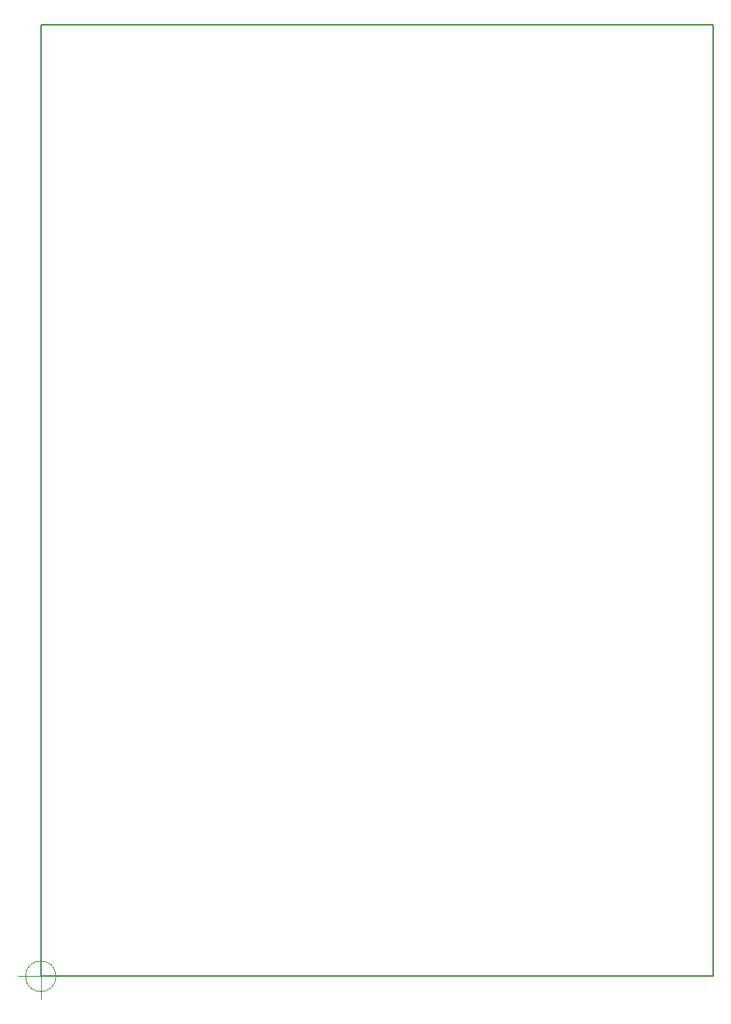
<source format=gbr>
%TF.GenerationSoftware,KiCad,Pcbnew,(6.0.9)*%
%TF.CreationDate,2023-03-26T11:38:19+02:00*%
%TF.ProjectId,SelectaAutomatKeyPad,53656c65-6374-4614-9175-746f6d61744b,20230306*%
%TF.SameCoordinates,PX5f5e100PY8f0d180*%
%TF.FileFunction,Profile,NP*%
%FSLAX46Y46*%
G04 Gerber Fmt 4.6, Leading zero omitted, Abs format (unit mm)*
G04 Created by KiCad (PCBNEW (6.0.9)) date 2023-03-26 11:38:19*
%MOMM*%
%LPD*%
G01*
G04 APERTURE LIST*
%TA.AperFunction,Profile*%
%ADD10C,0.200000*%
%TD*%
%TA.AperFunction,Profile*%
%ADD11C,0.100000*%
%TD*%
G04 APERTURE END LIST*
D10*
X0Y0D02*
X73500000Y0D01*
X73500000Y0D02*
X73500000Y104000000D01*
X73500000Y104000000D02*
X0Y104000000D01*
X0Y104000000D02*
X0Y0D01*
D11*
X1666666Y0D02*
G75*
G03*
X1666666Y0I-1666666J0D01*
G01*
X-2500000Y0D02*
X2500000Y0D01*
X0Y2500000D02*
X0Y-2500000D01*
M02*

</source>
